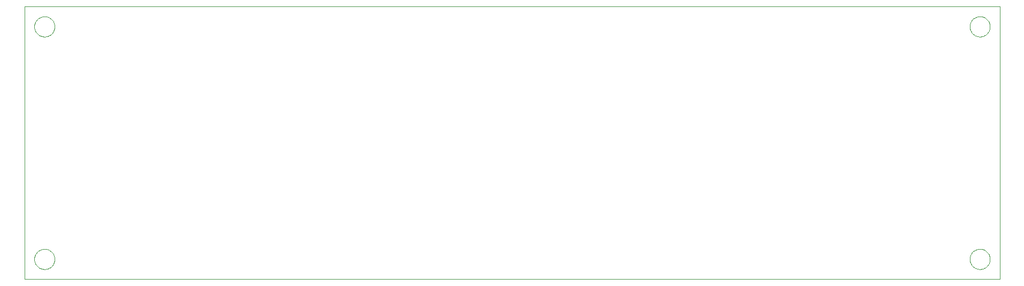
<source format=gm1>
G75*
G70*
%OFA0B0*%
%FSLAX24Y24*%
%IPPOS*%
%LPD*%
%AMOC8*
5,1,8,0,0,1.08239X$1,22.5*
%
%ADD10C,0.0000*%
D10*
X000100Y000100D02*
X000100Y017100D01*
X060850Y017100D01*
X060850Y000100D01*
X000100Y000100D01*
X000720Y001350D02*
X000722Y001400D01*
X000728Y001450D01*
X000738Y001499D01*
X000752Y001547D01*
X000769Y001594D01*
X000790Y001639D01*
X000815Y001683D01*
X000843Y001724D01*
X000875Y001763D01*
X000909Y001800D01*
X000946Y001834D01*
X000986Y001864D01*
X001028Y001891D01*
X001072Y001915D01*
X001118Y001936D01*
X001165Y001952D01*
X001213Y001965D01*
X001263Y001974D01*
X001312Y001979D01*
X001363Y001980D01*
X001413Y001977D01*
X001462Y001970D01*
X001511Y001959D01*
X001559Y001944D01*
X001605Y001926D01*
X001650Y001904D01*
X001693Y001878D01*
X001734Y001849D01*
X001773Y001817D01*
X001809Y001782D01*
X001841Y001744D01*
X001871Y001704D01*
X001898Y001661D01*
X001921Y001617D01*
X001940Y001571D01*
X001956Y001523D01*
X001968Y001474D01*
X001976Y001425D01*
X001980Y001375D01*
X001980Y001325D01*
X001976Y001275D01*
X001968Y001226D01*
X001956Y001177D01*
X001940Y001129D01*
X001921Y001083D01*
X001898Y001039D01*
X001871Y000996D01*
X001841Y000956D01*
X001809Y000918D01*
X001773Y000883D01*
X001734Y000851D01*
X001693Y000822D01*
X001650Y000796D01*
X001605Y000774D01*
X001559Y000756D01*
X001511Y000741D01*
X001462Y000730D01*
X001413Y000723D01*
X001363Y000720D01*
X001312Y000721D01*
X001263Y000726D01*
X001213Y000735D01*
X001165Y000748D01*
X001118Y000764D01*
X001072Y000785D01*
X001028Y000809D01*
X000986Y000836D01*
X000946Y000866D01*
X000909Y000900D01*
X000875Y000937D01*
X000843Y000976D01*
X000815Y001017D01*
X000790Y001061D01*
X000769Y001106D01*
X000752Y001153D01*
X000738Y001201D01*
X000728Y001250D01*
X000722Y001300D01*
X000720Y001350D01*
X000720Y015850D02*
X000722Y015900D01*
X000728Y015950D01*
X000738Y015999D01*
X000752Y016047D01*
X000769Y016094D01*
X000790Y016139D01*
X000815Y016183D01*
X000843Y016224D01*
X000875Y016263D01*
X000909Y016300D01*
X000946Y016334D01*
X000986Y016364D01*
X001028Y016391D01*
X001072Y016415D01*
X001118Y016436D01*
X001165Y016452D01*
X001213Y016465D01*
X001263Y016474D01*
X001312Y016479D01*
X001363Y016480D01*
X001413Y016477D01*
X001462Y016470D01*
X001511Y016459D01*
X001559Y016444D01*
X001605Y016426D01*
X001650Y016404D01*
X001693Y016378D01*
X001734Y016349D01*
X001773Y016317D01*
X001809Y016282D01*
X001841Y016244D01*
X001871Y016204D01*
X001898Y016161D01*
X001921Y016117D01*
X001940Y016071D01*
X001956Y016023D01*
X001968Y015974D01*
X001976Y015925D01*
X001980Y015875D01*
X001980Y015825D01*
X001976Y015775D01*
X001968Y015726D01*
X001956Y015677D01*
X001940Y015629D01*
X001921Y015583D01*
X001898Y015539D01*
X001871Y015496D01*
X001841Y015456D01*
X001809Y015418D01*
X001773Y015383D01*
X001734Y015351D01*
X001693Y015322D01*
X001650Y015296D01*
X001605Y015274D01*
X001559Y015256D01*
X001511Y015241D01*
X001462Y015230D01*
X001413Y015223D01*
X001363Y015220D01*
X001312Y015221D01*
X001263Y015226D01*
X001213Y015235D01*
X001165Y015248D01*
X001118Y015264D01*
X001072Y015285D01*
X001028Y015309D01*
X000986Y015336D01*
X000946Y015366D01*
X000909Y015400D01*
X000875Y015437D01*
X000843Y015476D01*
X000815Y015517D01*
X000790Y015561D01*
X000769Y015606D01*
X000752Y015653D01*
X000738Y015701D01*
X000728Y015750D01*
X000722Y015800D01*
X000720Y015850D01*
X058970Y015850D02*
X058972Y015900D01*
X058978Y015950D01*
X058988Y015999D01*
X059002Y016047D01*
X059019Y016094D01*
X059040Y016139D01*
X059065Y016183D01*
X059093Y016224D01*
X059125Y016263D01*
X059159Y016300D01*
X059196Y016334D01*
X059236Y016364D01*
X059278Y016391D01*
X059322Y016415D01*
X059368Y016436D01*
X059415Y016452D01*
X059463Y016465D01*
X059513Y016474D01*
X059562Y016479D01*
X059613Y016480D01*
X059663Y016477D01*
X059712Y016470D01*
X059761Y016459D01*
X059809Y016444D01*
X059855Y016426D01*
X059900Y016404D01*
X059943Y016378D01*
X059984Y016349D01*
X060023Y016317D01*
X060059Y016282D01*
X060091Y016244D01*
X060121Y016204D01*
X060148Y016161D01*
X060171Y016117D01*
X060190Y016071D01*
X060206Y016023D01*
X060218Y015974D01*
X060226Y015925D01*
X060230Y015875D01*
X060230Y015825D01*
X060226Y015775D01*
X060218Y015726D01*
X060206Y015677D01*
X060190Y015629D01*
X060171Y015583D01*
X060148Y015539D01*
X060121Y015496D01*
X060091Y015456D01*
X060059Y015418D01*
X060023Y015383D01*
X059984Y015351D01*
X059943Y015322D01*
X059900Y015296D01*
X059855Y015274D01*
X059809Y015256D01*
X059761Y015241D01*
X059712Y015230D01*
X059663Y015223D01*
X059613Y015220D01*
X059562Y015221D01*
X059513Y015226D01*
X059463Y015235D01*
X059415Y015248D01*
X059368Y015264D01*
X059322Y015285D01*
X059278Y015309D01*
X059236Y015336D01*
X059196Y015366D01*
X059159Y015400D01*
X059125Y015437D01*
X059093Y015476D01*
X059065Y015517D01*
X059040Y015561D01*
X059019Y015606D01*
X059002Y015653D01*
X058988Y015701D01*
X058978Y015750D01*
X058972Y015800D01*
X058970Y015850D01*
X058970Y001350D02*
X058972Y001400D01*
X058978Y001450D01*
X058988Y001499D01*
X059002Y001547D01*
X059019Y001594D01*
X059040Y001639D01*
X059065Y001683D01*
X059093Y001724D01*
X059125Y001763D01*
X059159Y001800D01*
X059196Y001834D01*
X059236Y001864D01*
X059278Y001891D01*
X059322Y001915D01*
X059368Y001936D01*
X059415Y001952D01*
X059463Y001965D01*
X059513Y001974D01*
X059562Y001979D01*
X059613Y001980D01*
X059663Y001977D01*
X059712Y001970D01*
X059761Y001959D01*
X059809Y001944D01*
X059855Y001926D01*
X059900Y001904D01*
X059943Y001878D01*
X059984Y001849D01*
X060023Y001817D01*
X060059Y001782D01*
X060091Y001744D01*
X060121Y001704D01*
X060148Y001661D01*
X060171Y001617D01*
X060190Y001571D01*
X060206Y001523D01*
X060218Y001474D01*
X060226Y001425D01*
X060230Y001375D01*
X060230Y001325D01*
X060226Y001275D01*
X060218Y001226D01*
X060206Y001177D01*
X060190Y001129D01*
X060171Y001083D01*
X060148Y001039D01*
X060121Y000996D01*
X060091Y000956D01*
X060059Y000918D01*
X060023Y000883D01*
X059984Y000851D01*
X059943Y000822D01*
X059900Y000796D01*
X059855Y000774D01*
X059809Y000756D01*
X059761Y000741D01*
X059712Y000730D01*
X059663Y000723D01*
X059613Y000720D01*
X059562Y000721D01*
X059513Y000726D01*
X059463Y000735D01*
X059415Y000748D01*
X059368Y000764D01*
X059322Y000785D01*
X059278Y000809D01*
X059236Y000836D01*
X059196Y000866D01*
X059159Y000900D01*
X059125Y000937D01*
X059093Y000976D01*
X059065Y001017D01*
X059040Y001061D01*
X059019Y001106D01*
X059002Y001153D01*
X058988Y001201D01*
X058978Y001250D01*
X058972Y001300D01*
X058970Y001350D01*
M02*

</source>
